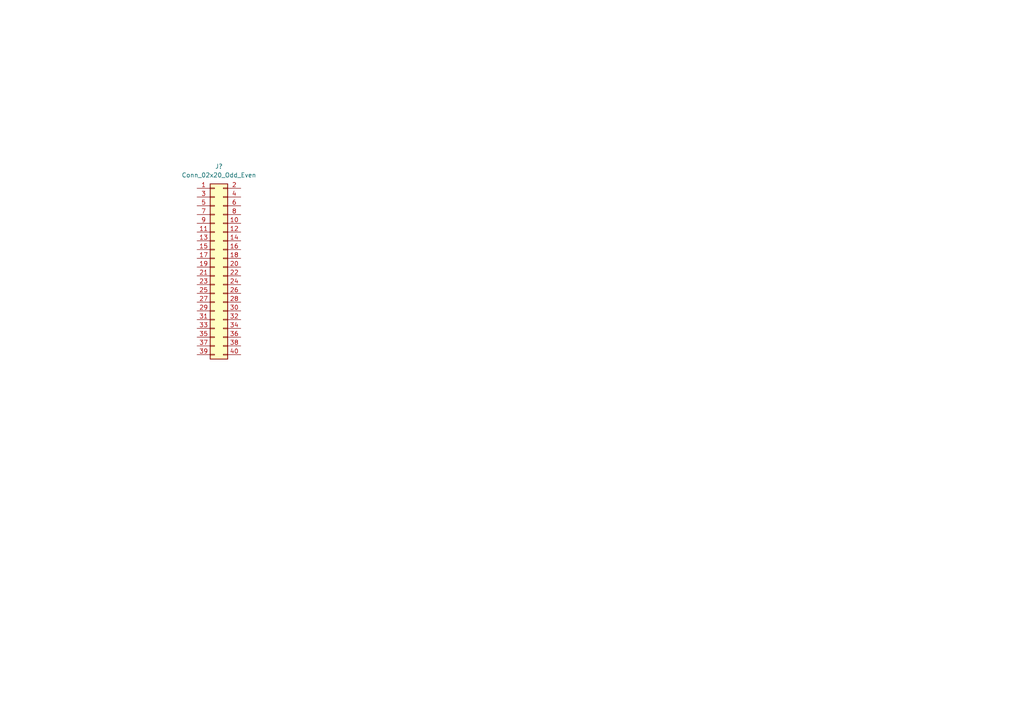
<source format=kicad_sch>
(kicad_sch (version 20211123) (generator eeschema)
  (paper "A4")
  (lib_symbols
    (symbol "Connector_Generic:Conn_02x20_Odd_Even" (pin_names (offset 1.016) hide)
      (property "Reference" "J" (at 1.27 25.4 0))
      (property "Value" "Conn_02x20_Odd_Even" (at 1.27 -27.94 0))
      (symbol "Conn_02x20_Odd_Even_1_1"
        (rectangle (start -1.27 -25.273) (end 0 -25.527) (stroke (width 0.1524)))
        (rectangle (start -1.27 -22.733) (end 0 -22.987) (stroke (width 0.1524)))
        (rectangle (start -1.27 -20.193) (end 0 -20.447) (stroke (width 0.1524)))
        (rectangle (start -1.27 -17.653) (end 0 -17.907) (stroke (width 0.1524)))
        (rectangle (start -1.27 -15.113) (end 0 -15.367) (stroke (width 0.1524)))
        (rectangle (start -1.27 -12.573) (end 0 -12.827) (stroke (width 0.1524)))
        (rectangle (start -1.27 -10.033) (end 0 -10.287) (stroke (width 0.1524)))
        (rectangle (start -1.27 -7.493) (end 0 -7.747) (stroke (width 0.1524)))
        (rectangle (start -1.27 -4.953) (end 0 -5.207) (stroke (width 0.1524)))
        (rectangle (start -1.27 -2.413) (end 0 -2.667) (stroke (width 0.1524)))
        (rectangle (start -1.27 0.127) (end 0 -0.127) (stroke (width 0.1524)))
        (rectangle (start -1.27 2.667) (end 0 2.413) (stroke (width 0.1524)))
        (rectangle (start -1.27 5.207) (end 0 4.953) (stroke (width 0.1524)))
        (rectangle (start -1.27 7.747) (end 0 7.493) (stroke (width 0.1524)))
        (rectangle (start -1.27 10.287) (end 0 10.033) (stroke (width 0.1524)))
        (rectangle (start -1.27 12.827) (end 0 12.573) (stroke (width 0.1524)))
        (rectangle (start -1.27 15.367) (end 0 15.113) (stroke (width 0.1524)))
        (rectangle (start -1.27 17.907) (end 0 17.653) (stroke (width 0.1524)))
        (rectangle (start -1.27 20.447) (end 0 20.193) (stroke (width 0.1524)))
        (rectangle (start -1.27 22.987) (end 0 22.733) (stroke (width 0.1524)))
        (rectangle (start -1.27 24.13) (end 3.81 -26.67) (stroke (width 0.254)) (fill (type background)))
        (rectangle (start 3.81 -25.273) (end 2.54 -25.527) (stroke (width 0.1524)))
        (rectangle (start 3.81 -22.733) (end 2.54 -22.987) (stroke (width 0.1524)))
        (rectangle (start 3.81 -20.193) (end 2.54 -20.447) (stroke (width 0.1524)))
        (rectangle (start 3.81 -17.653) (end 2.54 -17.907) (stroke (width 0.1524)))
        (rectangle (start 3.81 -15.113) (end 2.54 -15.367) (stroke (width 0.1524)))
        (rectangle (start 3.81 -12.573) (end 2.54 -12.827) (stroke (width 0.1524)))
        (rectangle (start 3.81 -10.033) (end 2.54 -10.287) (stroke (width 0.1524)))
        (rectangle (start 3.81 -7.493) (end 2.54 -7.747) (stroke (width 0.1524)))
        (rectangle (start 3.81 -4.953) (end 2.54 -5.207) (stroke (width 0.1524)))
        (rectangle (start 3.81 -2.413) (end 2.54 -2.667) (stroke (width 0.1524)))
        (rectangle (start 3.81 0.127) (end 2.54 -0.127) (stroke (width 0.1524)))
        (rectangle (start 3.81 2.667) (end 2.54 2.413) (stroke (width 0.1524)))
        (rectangle (start 3.81 5.207) (end 2.54 4.953) (stroke (width 0.1524)))
        (rectangle (start 3.81 7.747) (end 2.54 7.493) (stroke (width 0.1524)))
        (rectangle (start 3.81 10.287) (end 2.54 10.033) (stroke (width 0.1524)))
        (rectangle (start 3.81 12.827) (end 2.54 12.573) (stroke (width 0.1524)))
        (rectangle (start 3.81 15.367) (end 2.54 15.113) (stroke (width 0.1524)))
        (rectangle (start 3.81 17.907) (end 2.54 17.653) (stroke (width 0.1524)))
        (rectangle (start 3.81 20.447) (end 2.54 20.193) (stroke (width 0.1524)))
        (rectangle (start 3.81 22.987) (end 2.54 22.733) (stroke (width 0.1524)))
        (pin passive line (at -5.08 22.86 0) (length 3.81) (name "Pin_1") (number "1"))
        (pin passive line (at 7.62 12.7 180) (length 3.81) (name "Pin_10") (number "10"))
        (pin passive line (at -5.08 10.16 0) (length 3.81) (name "Pin_11") (number "11"))
        (pin passive line (at 7.62 10.16 180) (length 3.81) (name "Pin_12") (number "12"))
        (pin passive line (at -5.08 7.62 0) (length 3.81) (name "Pin_13") (number "13"))
        (pin passive line (at 7.62 7.62 180) (length 3.81) (name "Pin_14") (number "14"))
        (pin passive line (at -5.08 5.08 0) (length 3.81) (name "Pin_15") (number "15"))
        (pin passive line (at 7.62 5.08 180) (length 3.81) (name "Pin_16") (number "16"))
        (pin passive line (at -5.08 2.54 0) (length 3.81) (name "Pin_17") (number "17"))
        (pin passive line (at 7.62 2.54 180) (length 3.81) (name "Pin_18") (number "18"))
        (pin passive line (at -5.08 0 0) (length 3.81) (name "Pin_19") (number "19"))
        (pin passive line (at 7.62 22.86 180) (length 3.81) (name "Pin_2") (number "2"))
        (pin passive line (at 7.62 0 180) (length 3.81) (name "Pin_20") (number "20"))
        (pin passive line (at -5.08 -2.54 0) (length 3.81) (name "Pin_21") (number "21"))
        (pin passive line (at 7.62 -2.54 180) (length 3.81) (name "Pin_22") (number "22"))
        (pin passive line (at -5.08 -5.08 0) (length 3.81) (name "Pin_23") (number "23"))
        (pin passive line (at 7.62 -5.08 180) (length 3.81) (name "Pin_24") (number "24"))
        (pin passive line (at -5.08 -7.62 0) (length 3.81) (name "Pin_25") (number "25"))
        (pin passive line (at 7.62 -7.62 180) (length 3.81) (name "Pin_26") (number "26"))
        (pin passive line (at -5.08 -10.16 0) (length 3.81) (name "Pin_27") (number "27"))
        (pin passive line (at 7.62 -10.16 180) (length 3.81) (name "Pin_28") (number "28"))
        (pin passive line (at -5.08 -12.7 0) (length 3.81) (name "Pin_29") (number "29"))
        (pin passive line (at -5.08 20.32 0) (length 3.81) (name "Pin_3") (number "3"))
        (pin passive line (at 7.62 -12.7 180) (length 3.81) (name "Pin_30") (number "30"))
        (pin passive line (at -5.08 -15.24 0) (length 3.81) (name "Pin_31") (number "31"))
        (pin passive line (at 7.62 -15.24 180) (length 3.81) (name "Pin_32") (number "32"))
        (pin passive line (at -5.08 -17.78 0) (length 3.81) (name "Pin_33") (number "33"))
        (pin passive line (at 7.62 -17.78 180) (length 3.81) (name "Pin_34") (number "34"))
        (pin passive line (at -5.08 -20.32 0) (length 3.81) (name "Pin_35") (number "35"))
        (pin passive line (at 7.62 -20.32 180) (length 3.81) (name "Pin_36") (number "36"))
        (pin passive line (at -5.08 -22.86 0) (length 3.81) (name "Pin_37") (number "37"))
        (pin passive line (at 7.62 -22.86 180) (length 3.81) (name "Pin_38") (number "38"))
        (pin passive line (at -5.08 -25.4 0) (length 3.81) (name "Pin_39") (number "39"))
        (pin passive line (at 7.62 20.32 180) (length 3.81) (name "Pin_4") (number "4"))
        (pin passive line (at 7.62 -25.4 180) (length 3.81) (name "Pin_40") (number "40"))
        (pin passive line (at -5.08 17.78 0) (length 3.81) (name "Pin_5") (number "5"))
        (pin passive line (at 7.62 17.78 180) (length 3.81) (name "Pin_6") (number "6"))
        (pin passive line (at -5.08 15.24 0) (length 3.81) (name "Pin_7") (number "7"))
        (pin passive line (at 7.62 15.24 180) (length 3.81) (name "Pin_8") (number "8"))
        (pin passive line (at -5.08 12.7 0) (length 3.81) (name "Pin_9") (number "9"))
      )
    )
  )
  (symbol (lib_id "Connector_Generic:Conn_02x20_Odd_Even") (at 62.23 77.47 0) (unit 1)
    (property "Reference" "J?" (at 63.5 48.26 0))
    (property "Value" "Conn_02x20_Odd_Even" (at 63.5 50.8 0))
    (property "Footprint" "Connector_PinHeader_2.54mm:PinHeader_2x20_P2.54mm_Vertical" (effects hide))
  )
)
</source>
